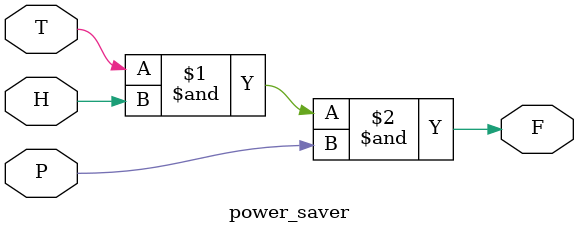
<source format=v>



// Generated by Quartus Prime Version 16.0 (Build Build 211 04/27/2016)
// Created on Fri Sep 23 11:46:32 2016

//  Module Declaration
module power_saver
(
// {{ALTERA_ARGS_BEGIN}} DO NOT REMOVE THIS LINE!
P, T, H, F
// {{ALTERA_ARGS_END}} DO NOT REMOVE THIS LINE!
);
// Port Declaration

// {{ALTERA_IO_BEGIN}} DO NOT REMOVE THIS LINE!
input P;
input T;
input H;
output F;
// {{ALTERA_IO_END}} DO NOT REMOVE THIS LINE!



assign F = T & H & P;



endmodule

</source>
